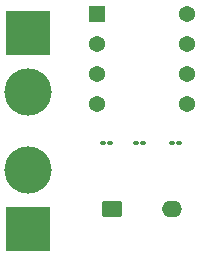
<source format=gbr>
%TF.GenerationSoftware,KiCad,Pcbnew,(6.0.6)*%
%TF.CreationDate,2022-07-17T10:27:07+05:30*%
%TF.ProjectId,transimpedanceAmplifier,7472616e-7369-46d7-9065-64616e636541,rev?*%
%TF.SameCoordinates,Original*%
%TF.FileFunction,Soldermask,Top*%
%TF.FilePolarity,Negative*%
%FSLAX46Y46*%
G04 Gerber Fmt 4.6, Leading zero omitted, Abs format (unit mm)*
G04 Created by KiCad (PCBNEW (6.0.6)) date 2022-07-17 10:27:07*
%MOMM*%
%LPD*%
G01*
G04 APERTURE LIST*
G04 Aperture macros list*
%AMRoundRect*
0 Rectangle with rounded corners*
0 $1 Rounding radius*
0 $2 $3 $4 $5 $6 $7 $8 $9 X,Y pos of 4 corners*
0 Add a 4 corners polygon primitive as box body*
4,1,4,$2,$3,$4,$5,$6,$7,$8,$9,$2,$3,0*
0 Add four circle primitives for the rounded corners*
1,1,$1+$1,$2,$3*
1,1,$1+$1,$4,$5*
1,1,$1+$1,$6,$7*
1,1,$1+$1,$8,$9*
0 Add four rect primitives between the rounded corners*
20,1,$1+$1,$2,$3,$4,$5,0*
20,1,$1+$1,$4,$5,$6,$7,0*
20,1,$1+$1,$6,$7,$8,$9,0*
20,1,$1+$1,$8,$9,$2,$3,0*%
G04 Aperture macros list end*
%ADD10RoundRect,0.100000X-0.130000X-0.100000X0.130000X-0.100000X0.130000X0.100000X-0.130000X0.100000X0*%
%ADD11R,1.371600X1.371600*%
%ADD12C,1.371600*%
%ADD13R,3.800000X3.800000*%
%ADD14C,4.000000*%
%ADD15RoundRect,0.249200X-0.600800X-0.450800X0.600800X-0.450800X0.600800X0.450800X-0.600800X0.450800X0*%
%ADD16O,1.700000X1.400000*%
G04 APERTURE END LIST*
D10*
%TO.C,C1*%
X198816000Y-97282000D03*
X199456000Y-97282000D03*
%TD*%
D11*
%TO.C,U1*%
X192532000Y-86360000D03*
D12*
X192532000Y-88900000D03*
X192532000Y-91440000D03*
X192532000Y-93980000D03*
X200152000Y-93980000D03*
X200152000Y-91440000D03*
X200152000Y-88900000D03*
X200152000Y-86360000D03*
%TD*%
D10*
%TO.C,C2*%
X192974000Y-97282000D03*
X193614000Y-97282000D03*
%TD*%
D13*
%TO.C,J2*%
X186690000Y-87924000D03*
D14*
X186690000Y-92924000D03*
%TD*%
D10*
%TO.C,R1*%
X195768000Y-97282000D03*
X196408000Y-97282000D03*
%TD*%
D15*
%TO.C,D1*%
X193802000Y-102870000D03*
D16*
X198882000Y-102870000D03*
%TD*%
D13*
%TO.C,J1*%
X186690000Y-104568000D03*
D14*
X186690000Y-99568000D03*
%TD*%
M02*

</source>
